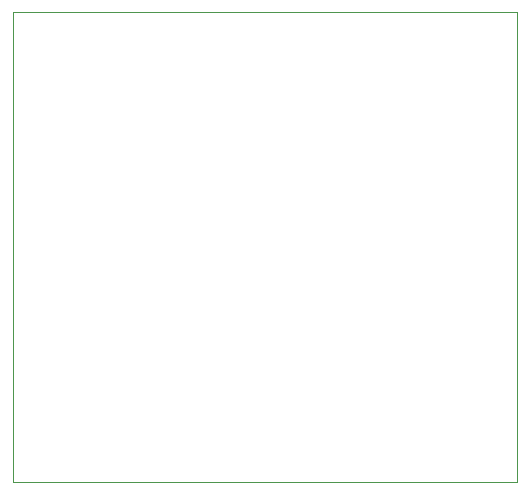
<source format=gbr>
%TF.GenerationSoftware,KiCad,Pcbnew,9.0.0*%
%TF.CreationDate,2026-01-02T12:21:10+01:00*%
%TF.ProjectId,PowerSupply,506f7765-7253-4757-9070-6c792e6b6963,rev?*%
%TF.SameCoordinates,Original*%
%TF.FileFunction,Profile,NP*%
%FSLAX46Y46*%
G04 Gerber Fmt 4.6, Leading zero omitted, Abs format (unit mm)*
G04 Created by KiCad (PCBNEW 9.0.0) date 2026-01-02 12:21:10*
%MOMM*%
%LPD*%
G01*
G04 APERTURE LIST*
%TA.AperFunction,Profile*%
%ADD10C,0.050000*%
%TD*%
G04 APERTURE END LIST*
D10*
X464653654Y-288455000D02*
X507310000Y-288455000D01*
X507310018Y-328255000D02*
X507310000Y-288455000D01*
X464634982Y-328265000D02*
X507310000Y-328260000D01*
X464653654Y-288455000D02*
X464634982Y-328265000D01*
M02*

</source>
